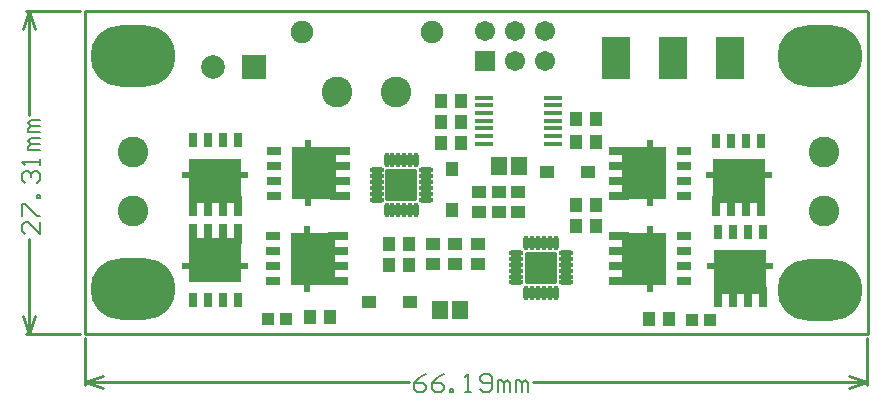
<source format=gts>
G04*
G04 #@! TF.GenerationSoftware,Altium Limited,Altium Designer,20.2.6 (244)*
G04*
G04 Layer_Color=8388736*
%FSLAX24Y24*%
%MOIN*%
G70*
G04*
G04 #@! TF.SameCoordinates,48E18934-7B2A-4FE3-B34A-5092B9B0F61A*
G04*
G04*
G04 #@! TF.FilePolarity,Negative*
G04*
G01*
G75*
%ADD12C,0.0100*%
%ADD23C,0.0060*%
%ADD42R,0.0513X0.0257*%
%ADD43R,0.0198X0.2245*%
%ADD44R,0.0710X0.0257*%
%ADD45R,0.1458X0.1753*%
%ADD46O,0.0474X0.0198*%
%ADD47O,0.0198X0.0474*%
G04:AMPARAMS|DCode=48|XSize=108.4mil|YSize=108.4mil|CornerRadius=9mil|HoleSize=0mil|Usage=FLASHONLY|Rotation=180.000|XOffset=0mil|YOffset=0mil|HoleType=Round|Shape=RoundedRectangle|*
%AMROUNDEDRECTD48*
21,1,0.1084,0.0904,0,0,180.0*
21,1,0.0904,0.1084,0,0,180.0*
1,1,0.0180,-0.0452,0.0452*
1,1,0.0180,0.0452,0.0452*
1,1,0.0180,0.0452,-0.0452*
1,1,0.0180,-0.0452,-0.0452*
%
%ADD48ROUNDEDRECTD48*%
%ADD49R,0.0454X0.0434*%
%ADD50R,0.0646X0.0173*%
%ADD51R,0.0257X0.0513*%
%ADD52R,0.2245X0.0198*%
%ADD53R,0.0257X0.0710*%
%ADD54R,0.1753X0.1458*%
%ADD55R,0.0415X0.0474*%
%ADD56R,0.0474X0.0415*%
%ADD57R,0.0552X0.0631*%
%ADD58R,0.0434X0.0454*%
%ADD59R,0.0395X0.0415*%
%ADD60C,0.0749*%
%ADD61C,0.1024*%
%ADD62C,0.0671*%
%ADD63R,0.0671X0.0671*%
%ADD64O,0.2836X0.2049*%
%ADD65R,0.0921X0.1433*%
%ADD66C,0.0789*%
%ADD67R,0.0789X0.0789*%
D12*
X26100Y0D02*
Y10728D01*
X0Y10750D02*
X26059D01*
X0Y0D02*
Y10728D01*
Y0D02*
X26059D01*
X-2050Y600D02*
X-1850Y0D01*
X-1650Y600D01*
X-1850Y10750D02*
X-1650Y10150D01*
X-2050D02*
X-1850Y10750D01*
Y0D02*
Y3156D01*
Y7274D02*
Y10750D01*
X-1950Y0D02*
X-150D01*
X-1950Y10750D02*
X-150D01*
X0Y-1600D02*
X600Y-1400D01*
X0Y-1600D02*
X600Y-1800D01*
X25459D02*
X26059Y-1600D01*
X25459Y-1400D02*
X26059Y-1600D01*
X0D02*
X10810D01*
X14929D02*
X26059D01*
X0Y-1700D02*
Y-150D01*
X26059Y-1700D02*
Y-150D01*
D23*
X-1490Y3715D02*
Y3316D01*
X-1890Y3715D01*
X-1990D01*
X-2090Y3616D01*
Y3416D01*
X-1990Y3316D01*
X-2090Y3915D02*
Y4315D01*
X-1990D01*
X-1590Y3915D01*
X-1490D01*
Y4515D02*
X-1590D01*
Y4615D01*
X-1490D01*
Y4515D01*
X-1990Y5015D02*
X-2090Y5115D01*
Y5315D01*
X-1990Y5415D01*
X-1890D01*
X-1790Y5315D01*
Y5215D01*
Y5315D01*
X-1690Y5415D01*
X-1590D01*
X-1490Y5315D01*
Y5115D01*
X-1590Y5015D01*
X-1490Y5615D02*
Y5815D01*
Y5715D01*
X-2090D01*
X-1990Y5615D01*
X-1490Y6115D02*
X-1890D01*
Y6215D01*
X-1790Y6315D01*
X-1490D01*
X-1790D01*
X-1890Y6415D01*
X-1790Y6515D01*
X-1490D01*
Y6715D02*
X-1890D01*
Y6814D01*
X-1790Y6914D01*
X-1490D01*
X-1790D01*
X-1890Y7014D01*
X-1790Y7114D01*
X-1490D01*
X11370Y-1360D02*
X11170Y-1460D01*
X10970Y-1660D01*
Y-1860D01*
X11070Y-1960D01*
X11270D01*
X11370Y-1860D01*
Y-1760D01*
X11270Y-1660D01*
X10970D01*
X11970Y-1360D02*
X11770Y-1460D01*
X11570Y-1660D01*
Y-1860D01*
X11670Y-1960D01*
X11870D01*
X11970Y-1860D01*
Y-1760D01*
X11870Y-1660D01*
X11570D01*
X12170Y-1960D02*
Y-1860D01*
X12270D01*
Y-1960D01*
X12170D01*
X12670D02*
X12870D01*
X12770D01*
Y-1360D01*
X12670Y-1460D01*
X13169Y-1860D02*
X13269Y-1960D01*
X13469D01*
X13569Y-1860D01*
Y-1460D01*
X13469Y-1360D01*
X13269D01*
X13169Y-1460D01*
Y-1560D01*
X13269Y-1660D01*
X13569D01*
X13769Y-1960D02*
Y-1560D01*
X13869D01*
X13969Y-1660D01*
Y-1960D01*
Y-1660D01*
X14069Y-1560D01*
X14169Y-1660D01*
Y-1960D01*
X14369D02*
Y-1560D01*
X14469D01*
X14569Y-1660D01*
Y-1960D01*
Y-1660D01*
X14669Y-1560D01*
X14769Y-1660D01*
Y-1960D01*
D42*
X6308Y4600D02*
D03*
Y5100D02*
D03*
Y5600D02*
D03*
Y6100D02*
D03*
X19989Y1750D02*
D03*
Y2250D02*
D03*
Y2750D02*
D03*
Y3250D02*
D03*
Y4600D02*
D03*
Y5100D02*
D03*
Y5600D02*
D03*
Y6100D02*
D03*
X6258Y3250D02*
D03*
Y2750D02*
D03*
Y2250D02*
D03*
Y1750D02*
D03*
D43*
X7450Y5350D02*
D03*
X18847Y2500D02*
D03*
Y5350D02*
D03*
X7400Y2500D02*
D03*
D44*
X8493Y4600D02*
D03*
Y5100D02*
D03*
Y5600D02*
D03*
Y6100D02*
D03*
X17804Y1750D02*
D03*
Y2250D02*
D03*
Y2750D02*
D03*
Y3250D02*
D03*
Y4600D02*
D03*
Y5100D02*
D03*
Y5600D02*
D03*
Y6100D02*
D03*
X8443Y3250D02*
D03*
Y2750D02*
D03*
Y2250D02*
D03*
Y1750D02*
D03*
D45*
X7647Y5350D02*
D03*
X18650Y2500D02*
D03*
Y5350D02*
D03*
X7597Y2500D02*
D03*
D46*
X9723Y4458D02*
D03*
Y4655D02*
D03*
Y4852D02*
D03*
Y5048D02*
D03*
Y5245D02*
D03*
Y5442D02*
D03*
X11377D02*
D03*
Y5245D02*
D03*
Y5048D02*
D03*
Y4852D02*
D03*
Y4655D02*
D03*
Y4458D02*
D03*
X14373Y2692D02*
D03*
Y2495D02*
D03*
Y2298D02*
D03*
Y2102D02*
D03*
Y1905D02*
D03*
Y1708D02*
D03*
X16027D02*
D03*
Y1905D02*
D03*
Y2102D02*
D03*
Y2298D02*
D03*
Y2495D02*
D03*
Y2692D02*
D03*
D47*
X10058Y5777D02*
D03*
X10255D02*
D03*
X10452D02*
D03*
X10648D02*
D03*
X10845D02*
D03*
X11042D02*
D03*
Y4123D02*
D03*
X10845D02*
D03*
X10648D02*
D03*
X10452D02*
D03*
X10255D02*
D03*
X10058D02*
D03*
X15692Y3027D02*
D03*
X15495D02*
D03*
X15298D02*
D03*
X15102D02*
D03*
X14905D02*
D03*
X14708D02*
D03*
Y1373D02*
D03*
X14905D02*
D03*
X15102D02*
D03*
X15298D02*
D03*
X15495D02*
D03*
X15692D02*
D03*
D48*
X10550Y4950D02*
D03*
X15200Y2200D02*
D03*
D49*
X13800Y4735D02*
D03*
Y4065D02*
D03*
X13150Y4735D02*
D03*
Y4065D02*
D03*
X14450Y4735D02*
D03*
Y4065D02*
D03*
X13100Y2985D02*
D03*
Y2315D02*
D03*
X12350Y2985D02*
D03*
Y2315D02*
D03*
X11600Y2315D02*
D03*
Y2985D02*
D03*
D50*
X15592Y7868D02*
D03*
Y7612D02*
D03*
Y7356D02*
D03*
Y7100D02*
D03*
Y6844D02*
D03*
Y6588D02*
D03*
Y6332D02*
D03*
X13308D02*
D03*
Y6588D02*
D03*
Y7100D02*
D03*
Y7356D02*
D03*
Y7612D02*
D03*
Y7868D02*
D03*
Y6844D02*
D03*
D51*
X5100Y1122D02*
D03*
X4600D02*
D03*
X4100D02*
D03*
X3600D02*
D03*
X22550Y6435D02*
D03*
X22050D02*
D03*
X21550D02*
D03*
X21050D02*
D03*
X22600Y3406D02*
D03*
X22100D02*
D03*
X21600D02*
D03*
X21100D02*
D03*
X5100Y6442D02*
D03*
X4600D02*
D03*
X4100D02*
D03*
X3600D02*
D03*
D52*
X4350Y2264D02*
D03*
X21800Y5293D02*
D03*
X21850Y2264D02*
D03*
X4350Y5300D02*
D03*
D53*
X5100Y3307D02*
D03*
X4600D02*
D03*
X4100D02*
D03*
X3600D02*
D03*
X22550Y4250D02*
D03*
X22050D02*
D03*
X21550D02*
D03*
X21050D02*
D03*
X22600Y1220D02*
D03*
X22100D02*
D03*
X21600D02*
D03*
X21100D02*
D03*
X5100Y4257D02*
D03*
X4600D02*
D03*
X4100D02*
D03*
X3600D02*
D03*
D54*
X4350Y2461D02*
D03*
X21800Y5096D02*
D03*
X21850Y2067D02*
D03*
X4350Y5103D02*
D03*
D55*
X12250Y5489D02*
D03*
Y4111D02*
D03*
D56*
X9461Y1050D02*
D03*
X10839D02*
D03*
X16789Y5400D02*
D03*
X15411D02*
D03*
D57*
X14485Y5600D02*
D03*
X13815D02*
D03*
X11850Y800D02*
D03*
X12519D02*
D03*
D58*
X7515Y550D02*
D03*
X8185D02*
D03*
X19485Y498D02*
D03*
X18815D02*
D03*
X17035Y6400D02*
D03*
X16365D02*
D03*
X11865Y7050D02*
D03*
X12535D02*
D03*
X16365Y7150D02*
D03*
X17035D02*
D03*
X11865Y7750D02*
D03*
X12535D02*
D03*
X12535Y6350D02*
D03*
X11865D02*
D03*
X17035Y4300D02*
D03*
X16365D02*
D03*
X17035Y3600D02*
D03*
X16365D02*
D03*
X10800Y2300D02*
D03*
X10131D02*
D03*
X10150Y3000D02*
D03*
X10819D02*
D03*
D59*
X20255Y450D02*
D03*
X20845D02*
D03*
X6695Y500D02*
D03*
X6105D02*
D03*
D60*
X7250Y10046D02*
D03*
X11581D02*
D03*
D61*
X10368Y8046D02*
D03*
X8400D02*
D03*
X1600Y6048D02*
D03*
Y4080D02*
D03*
X24650Y6048D02*
D03*
Y4080D02*
D03*
D62*
X15350Y10100D02*
D03*
Y9100D02*
D03*
X14350Y10100D02*
D03*
Y9100D02*
D03*
X13350Y10100D02*
D03*
D63*
Y9100D02*
D03*
D64*
X1600Y1476D02*
D03*
Y9252D02*
D03*
X24500Y9250D02*
D03*
Y1450D02*
D03*
D65*
X21490Y9200D02*
D03*
X19600D02*
D03*
X17710D02*
D03*
D66*
X4272Y8900D02*
D03*
D67*
X5650D02*
D03*
M02*

</source>
